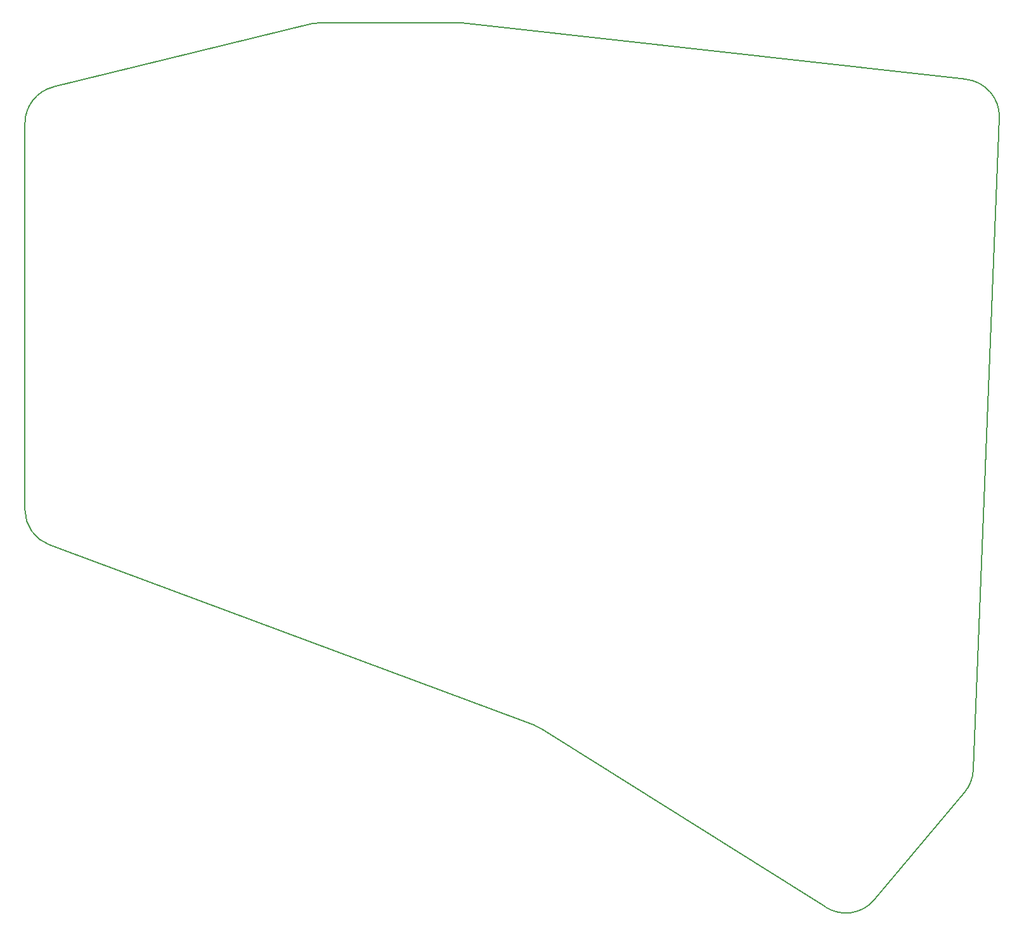
<source format=gm1>
%TF.GenerationSoftware,KiCad,Pcbnew,7.0.1*%
%TF.CreationDate,2023-03-26T02:24:18-04:00*%
%TF.ProjectId,giraffe36_pcb_routed,67697261-6666-4653-9336-5f7063625f72,v1.0.0*%
%TF.SameCoordinates,Original*%
%TF.FileFunction,Profile,NP*%
%FSLAX46Y46*%
G04 Gerber Fmt 4.6, Leading zero omitted, Abs format (unit mm)*
G04 Created by KiCad (PCBNEW 7.0.1) date 2023-03-26 02:24:18*
%MOMM*%
%LPD*%
G01*
G04 APERTURE LIST*
%TA.AperFunction,Profile*%
%ADD10C,0.150000*%
%TD*%
G04 APERTURE END LIST*
D10*
X268546701Y-194173562D02*
X272029123Y-107044338D01*
X267589617Y-101875722D02*
X200202386Y-94328566D01*
X199645881Y-94297500D02*
X181477446Y-94297500D01*
X180289795Y-94440599D02*
X145734849Y-102890272D01*
X141922500Y-107747172D02*
X141922500Y-159404657D01*
X145176799Y-164090009D02*
X210048527Y-188260368D01*
X210963110Y-188712177D02*
X248870324Y-212532399D01*
X255360830Y-211512793D02*
X267380912Y-197187817D01*
X272029123Y-107044338D02*
G75*
G03*
X267589617Y-101875721I-4996011J199683D01*
G01*
X200202386Y-94328566D02*
G75*
G03*
X199645881Y-94297500I-556505J-4968934D01*
G01*
X181477446Y-94297500D02*
G75*
G03*
X180289795Y-94440599I0J-5000000D01*
G01*
X145734849Y-102890272D02*
G75*
G03*
X141922501Y-107747172I1187651J-4856900D01*
G01*
X141922501Y-159404657D02*
G75*
G03*
X145176799Y-164090008I4999999J0D01*
G01*
X210963110Y-188712178D02*
G75*
G03*
X210048528Y-188260369I-2660284J-4233542D01*
G01*
X248870324Y-212532399D02*
G75*
G03*
X255360830Y-211512794I2660284J4233544D01*
G01*
X267380911Y-197187816D02*
G75*
G03*
X268546700Y-194173562I-3830221J3213937D01*
G01*
M02*

</source>
